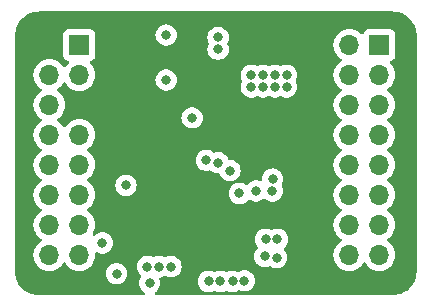
<source format=gbr>
%TF.GenerationSoftware,KiCad,Pcbnew,7.0.7-2.fc38*%
%TF.CreationDate,2023-11-16T23:20:58-08:00*%
%TF.ProjectId,TinySparrow,54696e79-5370-4617-9272-6f772e6b6963,rev?*%
%TF.SameCoordinates,Original*%
%TF.FileFunction,Copper,L5,Inr*%
%TF.FilePolarity,Positive*%
%FSLAX46Y46*%
G04 Gerber Fmt 4.6, Leading zero omitted, Abs format (unit mm)*
G04 Created by KiCad (PCBNEW 7.0.7-2.fc38) date 2023-11-16 23:20:58*
%MOMM*%
%LPD*%
G01*
G04 APERTURE LIST*
%TA.AperFunction,ComponentPad*%
%ADD10R,1.700000X1.700000*%
%TD*%
%TA.AperFunction,ComponentPad*%
%ADD11O,1.700000X1.700000*%
%TD*%
%TA.AperFunction,ViaPad*%
%ADD12C,0.800000*%
%TD*%
G04 APERTURE END LIST*
D10*
%TO.N,/CANL*%
%TO.C,J1*%
X172450000Y-84620000D03*
D11*
%TO.N,GND*%
X169910000Y-84620000D03*
%TO.N,/CANH*%
X172450000Y-87160000D03*
%TO.N,/PA0*%
X169910000Y-87160000D03*
%TO.N,GND*%
X172450000Y-89700000D03*
%TO.N,/~{RESET}*%
X169910000Y-89700000D03*
%TO.N,/SWDIO*%
X172450000Y-92240000D03*
%TO.N,/SWCLK*%
X169910000Y-92240000D03*
%TO.N,/PA15*%
X172450000Y-94780000D03*
%TO.N,/PB3*%
X169910000Y-94780000D03*
%TO.N,/PB4*%
X172450000Y-97320000D03*
%TO.N,/PB5*%
X169910000Y-97320000D03*
%TO.N,/PB6*%
X172450000Y-99860000D03*
%TO.N,/PB7*%
X169910000Y-99860000D03*
%TO.N,/PD0*%
X172450000Y-102400000D03*
%TO.N,/PD1*%
X169910000Y-102400000D03*
%TD*%
D10*
%TO.N,/PA8*%
%TO.C,J2*%
X197850000Y-84620000D03*
D11*
%TO.N,+3V3*%
X195310000Y-84620000D03*
%TO.N,/PA9*%
X197850000Y-87160000D03*
%TO.N,/PA10*%
X195310000Y-87160000D03*
%TO.N,/PB1*%
X197850000Y-89700000D03*
%TO.N,/PB2*%
X195310000Y-89700000D03*
%TO.N,/PA7*%
X197850000Y-92240000D03*
%TO.N,/PB0*%
X195310000Y-92240000D03*
%TO.N,/PA2*%
X197850000Y-94780000D03*
%TO.N,/PA1*%
X195310000Y-94780000D03*
%TO.N,/PA4*%
X197850000Y-97320000D03*
%TO.N,/PA3*%
X195310000Y-97320000D03*
%TO.N,/PA6*%
X197850000Y-99860000D03*
%TO.N,/PA5*%
X195310000Y-99860000D03*
%TO.N,VDC*%
X197850000Y-102400000D03*
X195310000Y-102400000D03*
%TD*%
D12*
%TO.N,GND*%
X175000000Y-91200000D03*
X183800000Y-92600000D03*
X200400000Y-96200000D03*
X172200000Y-105200000D03*
X169200000Y-105200000D03*
X171200000Y-105200000D03*
X200400000Y-97200000D03*
X177000000Y-91200000D03*
X181200000Y-97800000D03*
X181200000Y-98800000D03*
X177000000Y-90200000D03*
X176600000Y-98800000D03*
X200400000Y-95200000D03*
X181200000Y-99800000D03*
X175000000Y-89200000D03*
X182200000Y-98800000D03*
X175000000Y-90200000D03*
X170200000Y-105200000D03*
X176000000Y-90200000D03*
X200400000Y-98200000D03*
X200400000Y-100200000D03*
X180200000Y-98800000D03*
X177000000Y-89200000D03*
X176000000Y-91200000D03*
X200400000Y-102200000D03*
X176000000Y-89200000D03*
X200400000Y-99200000D03*
X200400000Y-101200000D03*
%TO.N,+3V3*%
X190000000Y-88200000D03*
X184200000Y-85000000D03*
X178400000Y-104800000D03*
X187400000Y-97000000D03*
X174400000Y-101400000D03*
X187000000Y-88200000D03*
X188000000Y-87200000D03*
X188000000Y-88200000D03*
X189000000Y-87200000D03*
X184200000Y-84000000D03*
X190000000Y-87200000D03*
X187000000Y-87200000D03*
X189000000Y-88200000D03*
X182000000Y-90800000D03*
%TO.N,/~{RESET}*%
X175600000Y-104000000D03*
%TO.N,/PA0*%
X178200497Y-103400000D03*
%TO.N,/PA1*%
X179200000Y-103400000D03*
%TO.N,/PA2*%
X180200000Y-103400000D03*
%TO.N,/PA3*%
X183388000Y-104648000D03*
%TO.N,/PA4*%
X184387503Y-104648000D03*
%TO.N,/PA5*%
X185420000Y-104648000D03*
%TO.N,/PA6*%
X186418306Y-104599103D03*
%TO.N,/PA7*%
X189152966Y-102632142D03*
%TO.N,/PB0*%
X188157582Y-102541500D03*
%TO.N,/PB1*%
X189213503Y-101092000D03*
%TO.N,/PB2*%
X188214000Y-101092000D03*
%TO.N,/PA8*%
X186000000Y-97200000D03*
%TO.N,/PA9*%
X188800000Y-97000000D03*
%TO.N,/PA10*%
X188812299Y-95987701D03*
%TO.N,/CANRX*%
X179800000Y-83800000D03*
X185200000Y-95263201D03*
%TO.N,/CANTX*%
X179800000Y-87600000D03*
X184200000Y-94600000D03*
%TO.N,/SWDIO*%
X183200000Y-94400000D03*
%TO.N,/PB7*%
X176400000Y-96524500D03*
%TD*%
%TA.AperFunction,Conductor*%
%TO.N,GND*%
G36*
X199002019Y-81800633D02*
G01*
X199037198Y-81802938D01*
X199083708Y-81805986D01*
X199265459Y-81818985D01*
X199273100Y-81820015D01*
X199366738Y-81838641D01*
X199389420Y-81843153D01*
X199415023Y-81848722D01*
X199533666Y-81874531D01*
X199540383Y-81876395D01*
X199659437Y-81916809D01*
X199756671Y-81953076D01*
X199791741Y-81966157D01*
X199797499Y-81968643D01*
X199912952Y-82025578D01*
X200034906Y-82092170D01*
X200039634Y-82095032D01*
X200096571Y-82133076D01*
X200146649Y-82166537D01*
X200149358Y-82168454D01*
X200258652Y-82250271D01*
X200262345Y-82253265D01*
X200359502Y-82338469D01*
X200362448Y-82341228D01*
X200458769Y-82437549D01*
X200461526Y-82440492D01*
X200546729Y-82537648D01*
X200549732Y-82541353D01*
X200601564Y-82610592D01*
X200631543Y-82650639D01*
X200633461Y-82653349D01*
X200704962Y-82760357D01*
X200707828Y-82765091D01*
X200774421Y-82887047D01*
X200831355Y-83002499D01*
X200833841Y-83008257D01*
X200870212Y-83105768D01*
X200883196Y-83140578D01*
X200888289Y-83155581D01*
X200923597Y-83259596D01*
X200925472Y-83266352D01*
X200956846Y-83410579D01*
X200979980Y-83526880D01*
X200981015Y-83534560D01*
X200994017Y-83716350D01*
X200999367Y-83797966D01*
X200999500Y-83802023D01*
X200999500Y-103797975D01*
X200999367Y-103802032D01*
X200994017Y-103883648D01*
X200981015Y-104065438D01*
X200979980Y-104073118D01*
X200956846Y-104189420D01*
X200925472Y-104333646D01*
X200923597Y-104340401D01*
X200883197Y-104459418D01*
X200878893Y-104470956D01*
X200833841Y-104591741D01*
X200831355Y-104597499D01*
X200774421Y-104712952D01*
X200707828Y-104834907D01*
X200704961Y-104839641D01*
X200633461Y-104946649D01*
X200631543Y-104949359D01*
X200549744Y-105058631D01*
X200546723Y-105062357D01*
X200461529Y-105159502D01*
X200458755Y-105162464D01*
X200362464Y-105258755D01*
X200359502Y-105261529D01*
X200262357Y-105346723D01*
X200258631Y-105349744D01*
X200149359Y-105431543D01*
X200146649Y-105433461D01*
X200039641Y-105504961D01*
X200034907Y-105507828D01*
X199912952Y-105574421D01*
X199797499Y-105631355D01*
X199791741Y-105633841D01*
X199670956Y-105678893D01*
X199659418Y-105683197D01*
X199540401Y-105723597D01*
X199533646Y-105725472D01*
X199389420Y-105756846D01*
X199273118Y-105779980D01*
X199265438Y-105781015D01*
X199083648Y-105794017D01*
X199032582Y-105797364D01*
X199002025Y-105799367D01*
X198997976Y-105799500D01*
X178937961Y-105799500D01*
X178870922Y-105779815D01*
X178825167Y-105727011D01*
X178815223Y-105657853D01*
X178844248Y-105594297D01*
X178865076Y-105575182D01*
X178941306Y-105519796D01*
X179005871Y-105472888D01*
X179132533Y-105332216D01*
X179227179Y-105168284D01*
X179285674Y-104988256D01*
X179305460Y-104800000D01*
X179289485Y-104648000D01*
X182482540Y-104648000D01*
X182502326Y-104836256D01*
X182502327Y-104836259D01*
X182560818Y-105016277D01*
X182560821Y-105016284D01*
X182655467Y-105180216D01*
X182726184Y-105258755D01*
X182782129Y-105320888D01*
X182935265Y-105432148D01*
X182935270Y-105432151D01*
X183108192Y-105509142D01*
X183108197Y-105509144D01*
X183293354Y-105548500D01*
X183293355Y-105548500D01*
X183482644Y-105548500D01*
X183482646Y-105548500D01*
X183667803Y-105509144D01*
X183837316Y-105433670D01*
X183906564Y-105424386D01*
X183938187Y-105433671D01*
X184107695Y-105509142D01*
X184107700Y-105509144D01*
X184292857Y-105548500D01*
X184292858Y-105548500D01*
X184482147Y-105548500D01*
X184482149Y-105548500D01*
X184667306Y-105509144D01*
X184840233Y-105432151D01*
X184840243Y-105432143D01*
X184841742Y-105431279D01*
X184842731Y-105431038D01*
X184846170Y-105429508D01*
X184846449Y-105430136D01*
X184909640Y-105414801D01*
X184961149Y-105429922D01*
X184961334Y-105429508D01*
X184964422Y-105430883D01*
X184965747Y-105431272D01*
X184967268Y-105432149D01*
X184967270Y-105432151D01*
X185058766Y-105472888D01*
X185140192Y-105509142D01*
X185140197Y-105509144D01*
X185325354Y-105548500D01*
X185325355Y-105548500D01*
X185514644Y-105548500D01*
X185514646Y-105548500D01*
X185699803Y-105509144D01*
X185872730Y-105432151D01*
X185891818Y-105418282D01*
X185957620Y-105394802D01*
X186015138Y-105405320D01*
X186138503Y-105460247D01*
X186323660Y-105499603D01*
X186323661Y-105499603D01*
X186512950Y-105499603D01*
X186512952Y-105499603D01*
X186698109Y-105460247D01*
X186871036Y-105383254D01*
X187024177Y-105271991D01*
X187150839Y-105131319D01*
X187245485Y-104967387D01*
X187303980Y-104787359D01*
X187323766Y-104599103D01*
X187303980Y-104410847D01*
X187245485Y-104230819D01*
X187150839Y-104066887D01*
X187024177Y-103926215D01*
X187001855Y-103909997D01*
X186871040Y-103814954D01*
X186871035Y-103814951D01*
X186698113Y-103737960D01*
X186698108Y-103737958D01*
X186552306Y-103706968D01*
X186512952Y-103698603D01*
X186323660Y-103698603D01*
X186291203Y-103705501D01*
X186138503Y-103737958D01*
X186138498Y-103737960D01*
X185965574Y-103814952D01*
X185946484Y-103828822D01*
X185880677Y-103852300D01*
X185823166Y-103841781D01*
X185699807Y-103786857D01*
X185699802Y-103786855D01*
X185553031Y-103755659D01*
X185514646Y-103747500D01*
X185325354Y-103747500D01*
X185292897Y-103754398D01*
X185140197Y-103786855D01*
X185140192Y-103786857D01*
X184967266Y-103863850D01*
X184965736Y-103864734D01*
X184964740Y-103864975D01*
X184961334Y-103866492D01*
X184961056Y-103865868D01*
X184897834Y-103881197D01*
X184846352Y-103866079D01*
X184846169Y-103866492D01*
X184843088Y-103865120D01*
X184841759Y-103864730D01*
X184840232Y-103863848D01*
X184667310Y-103786857D01*
X184667305Y-103786855D01*
X184520534Y-103755659D01*
X184482149Y-103747500D01*
X184292857Y-103747500D01*
X184260400Y-103754398D01*
X184107700Y-103786855D01*
X184107695Y-103786857D01*
X183938187Y-103862328D01*
X183868937Y-103871613D01*
X183837315Y-103862328D01*
X183667807Y-103786857D01*
X183667802Y-103786855D01*
X183521031Y-103755659D01*
X183482646Y-103747500D01*
X183293354Y-103747500D01*
X183260897Y-103754398D01*
X183108197Y-103786855D01*
X183108192Y-103786857D01*
X182935270Y-103863848D01*
X182935265Y-103863851D01*
X182782129Y-103975111D01*
X182655466Y-104115785D01*
X182560821Y-104279715D01*
X182560818Y-104279722D01*
X182502432Y-104459418D01*
X182502326Y-104459744D01*
X182482540Y-104648000D01*
X179289485Y-104648000D01*
X179285674Y-104611744D01*
X179234212Y-104453364D01*
X179232218Y-104383525D01*
X179268298Y-104323692D01*
X179326363Y-104293758D01*
X179479803Y-104261144D01*
X179649566Y-104185559D01*
X179718812Y-104176274D01*
X179750433Y-104185559D01*
X179920197Y-104261144D01*
X180105354Y-104300500D01*
X180105355Y-104300500D01*
X180294644Y-104300500D01*
X180294646Y-104300500D01*
X180479803Y-104261144D01*
X180652730Y-104184151D01*
X180805871Y-104072888D01*
X180932533Y-103932216D01*
X181027179Y-103768284D01*
X181085674Y-103588256D01*
X181105460Y-103400000D01*
X181085674Y-103211744D01*
X181027179Y-103031716D01*
X180932533Y-102867784D01*
X180805871Y-102727112D01*
X180805870Y-102727111D01*
X180652734Y-102615851D01*
X180652729Y-102615848D01*
X180485743Y-102541500D01*
X187252122Y-102541500D01*
X187271908Y-102729756D01*
X187271909Y-102729759D01*
X187330400Y-102909777D01*
X187330403Y-102909784D01*
X187425049Y-103073716D01*
X187506662Y-103164356D01*
X187551711Y-103214388D01*
X187704847Y-103325648D01*
X187704852Y-103325651D01*
X187877774Y-103402642D01*
X187877779Y-103402644D01*
X188062936Y-103442000D01*
X188062937Y-103442000D01*
X188252226Y-103442000D01*
X188252228Y-103442000D01*
X188437385Y-103402644D01*
X188523313Y-103364385D01*
X188592558Y-103355100D01*
X188646630Y-103377346D01*
X188677811Y-103400000D01*
X188700236Y-103416293D01*
X188873158Y-103493284D01*
X188873163Y-103493286D01*
X189058320Y-103532642D01*
X189058321Y-103532642D01*
X189247610Y-103532642D01*
X189247612Y-103532642D01*
X189432769Y-103493286D01*
X189605696Y-103416293D01*
X189758837Y-103305030D01*
X189885499Y-103164358D01*
X189980145Y-103000426D01*
X190038640Y-102820398D01*
X190058426Y-102632142D01*
X190038640Y-102443886D01*
X190024380Y-102400000D01*
X193954341Y-102400000D01*
X193974936Y-102635403D01*
X193974938Y-102635413D01*
X194036094Y-102863655D01*
X194036096Y-102863659D01*
X194036097Y-102863663D01*
X194116004Y-103035023D01*
X194135965Y-103077830D01*
X194135967Y-103077834D01*
X194229730Y-103211740D01*
X194271505Y-103271401D01*
X194438599Y-103438495D01*
X194516846Y-103493284D01*
X194632165Y-103574032D01*
X194632167Y-103574033D01*
X194632170Y-103574035D01*
X194846337Y-103673903D01*
X195074592Y-103735063D01*
X195262918Y-103751539D01*
X195309999Y-103755659D01*
X195310000Y-103755659D01*
X195310001Y-103755659D01*
X195349234Y-103752226D01*
X195545408Y-103735063D01*
X195773663Y-103673903D01*
X195987830Y-103574035D01*
X196181401Y-103438495D01*
X196348495Y-103271401D01*
X196462891Y-103108026D01*
X196478425Y-103085842D01*
X196533002Y-103042217D01*
X196602500Y-103035023D01*
X196664855Y-103066546D01*
X196681575Y-103085842D01*
X196811500Y-103271395D01*
X196811505Y-103271401D01*
X196978599Y-103438495D01*
X197056846Y-103493284D01*
X197172165Y-103574032D01*
X197172167Y-103574033D01*
X197172170Y-103574035D01*
X197386337Y-103673903D01*
X197614592Y-103735063D01*
X197802918Y-103751539D01*
X197849999Y-103755659D01*
X197850000Y-103755659D01*
X197850001Y-103755659D01*
X197889234Y-103752226D01*
X198085408Y-103735063D01*
X198313663Y-103673903D01*
X198527830Y-103574035D01*
X198721401Y-103438495D01*
X198888495Y-103271401D01*
X199024035Y-103077830D01*
X199123903Y-102863663D01*
X199185063Y-102635408D01*
X199205659Y-102400000D01*
X199185063Y-102164592D01*
X199123903Y-101936337D01*
X199024035Y-101722171D01*
X199018425Y-101714158D01*
X198888494Y-101528597D01*
X198721402Y-101361506D01*
X198721396Y-101361501D01*
X198535842Y-101231575D01*
X198492217Y-101176998D01*
X198485023Y-101107500D01*
X198516546Y-101045145D01*
X198535842Y-101028425D01*
X198665940Y-100937329D01*
X198721401Y-100898495D01*
X198888495Y-100731401D01*
X199024035Y-100537830D01*
X199123903Y-100323663D01*
X199185063Y-100095408D01*
X199205659Y-99860000D01*
X199185063Y-99624592D01*
X199123903Y-99396337D01*
X199024035Y-99182171D01*
X199018425Y-99174158D01*
X198888494Y-98988597D01*
X198721402Y-98821506D01*
X198721401Y-98821505D01*
X198535842Y-98691575D01*
X198535841Y-98691574D01*
X198492216Y-98636997D01*
X198485024Y-98567498D01*
X198516546Y-98505144D01*
X198535836Y-98488428D01*
X198721401Y-98358495D01*
X198888495Y-98191401D01*
X199024035Y-97997830D01*
X199123903Y-97783663D01*
X199185063Y-97555408D01*
X199205659Y-97320000D01*
X199185063Y-97084592D01*
X199123903Y-96856337D01*
X199024035Y-96642171D01*
X199018425Y-96634158D01*
X198888494Y-96448597D01*
X198721402Y-96281506D01*
X198721396Y-96281501D01*
X198535842Y-96151575D01*
X198492217Y-96096998D01*
X198485023Y-96027500D01*
X198516546Y-95965145D01*
X198535842Y-95948425D01*
X198674106Y-95851611D01*
X198721401Y-95818495D01*
X198888495Y-95651401D01*
X199024035Y-95457830D01*
X199123903Y-95243663D01*
X199185063Y-95015408D01*
X199205659Y-94780000D01*
X199185063Y-94544592D01*
X199123903Y-94316337D01*
X199024035Y-94102171D01*
X199018425Y-94094158D01*
X198888494Y-93908597D01*
X198721402Y-93741506D01*
X198721401Y-93741505D01*
X198541946Y-93615849D01*
X198535841Y-93611574D01*
X198492216Y-93556997D01*
X198485024Y-93487498D01*
X198516546Y-93425144D01*
X198535836Y-93408428D01*
X198721401Y-93278495D01*
X198888495Y-93111401D01*
X199024035Y-92917830D01*
X199123903Y-92703663D01*
X199185063Y-92475408D01*
X199205659Y-92240000D01*
X199185063Y-92004592D01*
X199123903Y-91776337D01*
X199024035Y-91562171D01*
X199018425Y-91554158D01*
X198888494Y-91368597D01*
X198721402Y-91201506D01*
X198721396Y-91201501D01*
X198535842Y-91071575D01*
X198492217Y-91016998D01*
X198485023Y-90947500D01*
X198516546Y-90885145D01*
X198535842Y-90868425D01*
X198633563Y-90800000D01*
X198721401Y-90738495D01*
X198888495Y-90571401D01*
X199024035Y-90377830D01*
X199123903Y-90163663D01*
X199185063Y-89935408D01*
X199205659Y-89700000D01*
X199185063Y-89464592D01*
X199123903Y-89236337D01*
X199024035Y-89022171D01*
X199018425Y-89014158D01*
X198888494Y-88828597D01*
X198721402Y-88661506D01*
X198721401Y-88661505D01*
X198535842Y-88531575D01*
X198535841Y-88531574D01*
X198492216Y-88476997D01*
X198485024Y-88407498D01*
X198516546Y-88345144D01*
X198535836Y-88328428D01*
X198721401Y-88198495D01*
X198888495Y-88031401D01*
X199024035Y-87837830D01*
X199123903Y-87623663D01*
X199185063Y-87395408D01*
X199205659Y-87160000D01*
X199185063Y-86924592D01*
X199123903Y-86696337D01*
X199024035Y-86482171D01*
X199018424Y-86474158D01*
X198888496Y-86288600D01*
X198888493Y-86288597D01*
X198766567Y-86166671D01*
X198733084Y-86105351D01*
X198738068Y-86035659D01*
X198779939Y-85979725D01*
X198810915Y-85962810D01*
X198942331Y-85913796D01*
X199057546Y-85827546D01*
X199143796Y-85712331D01*
X199194091Y-85577483D01*
X199200500Y-85517873D01*
X199200499Y-83722128D01*
X199194091Y-83662517D01*
X199192810Y-83659083D01*
X199143797Y-83527671D01*
X199143793Y-83527664D01*
X199057547Y-83412455D01*
X199057544Y-83412452D01*
X198942335Y-83326206D01*
X198942328Y-83326202D01*
X198807482Y-83275908D01*
X198807483Y-83275908D01*
X198747883Y-83269501D01*
X198747881Y-83269500D01*
X198747873Y-83269500D01*
X198747864Y-83269500D01*
X196952129Y-83269500D01*
X196952123Y-83269501D01*
X196892516Y-83275908D01*
X196757671Y-83326202D01*
X196757664Y-83326206D01*
X196642455Y-83412452D01*
X196642452Y-83412455D01*
X196556206Y-83527664D01*
X196556203Y-83527669D01*
X196507189Y-83659083D01*
X196465317Y-83715016D01*
X196399853Y-83739433D01*
X196331580Y-83724581D01*
X196303326Y-83703430D01*
X196181402Y-83581506D01*
X196181395Y-83581501D01*
X195987834Y-83445967D01*
X195987830Y-83445965D01*
X195957271Y-83431715D01*
X195773663Y-83346097D01*
X195773659Y-83346096D01*
X195773655Y-83346094D01*
X195545413Y-83284938D01*
X195545403Y-83284936D01*
X195310001Y-83264341D01*
X195309999Y-83264341D01*
X195074596Y-83284936D01*
X195074586Y-83284938D01*
X194846344Y-83346094D01*
X194846335Y-83346098D01*
X194632171Y-83445964D01*
X194632169Y-83445965D01*
X194438597Y-83581505D01*
X194271505Y-83748597D01*
X194135965Y-83942169D01*
X194135964Y-83942171D01*
X194036098Y-84156335D01*
X194036094Y-84156344D01*
X193974938Y-84384586D01*
X193974936Y-84384596D01*
X193954341Y-84619999D01*
X193954341Y-84620000D01*
X193974936Y-84855403D01*
X193974938Y-84855413D01*
X194036094Y-85083655D01*
X194036096Y-85083659D01*
X194036097Y-85083663D01*
X194084870Y-85188256D01*
X194135965Y-85297830D01*
X194135967Y-85297834D01*
X194271501Y-85491395D01*
X194271506Y-85491402D01*
X194438597Y-85658493D01*
X194438603Y-85658498D01*
X194624158Y-85788425D01*
X194667783Y-85843002D01*
X194674977Y-85912500D01*
X194643454Y-85974855D01*
X194624158Y-85991575D01*
X194438597Y-86121505D01*
X194271505Y-86288597D01*
X194135965Y-86482169D01*
X194135964Y-86482171D01*
X194036098Y-86696335D01*
X194036094Y-86696344D01*
X193974938Y-86924586D01*
X193974936Y-86924596D01*
X193954341Y-87159999D01*
X193954341Y-87160000D01*
X193974936Y-87395403D01*
X193974938Y-87395413D01*
X194036094Y-87623655D01*
X194036096Y-87623659D01*
X194036097Y-87623663D01*
X194112848Y-87788256D01*
X194135965Y-87837830D01*
X194135967Y-87837834D01*
X194227305Y-87968277D01*
X194271504Y-88031400D01*
X194271506Y-88031402D01*
X194438597Y-88198493D01*
X194438603Y-88198498D01*
X194624158Y-88328425D01*
X194667783Y-88383002D01*
X194674977Y-88452500D01*
X194643454Y-88514855D01*
X194624158Y-88531575D01*
X194438597Y-88661505D01*
X194271505Y-88828597D01*
X194135965Y-89022169D01*
X194135964Y-89022171D01*
X194036098Y-89236335D01*
X194036094Y-89236344D01*
X193974938Y-89464586D01*
X193974936Y-89464596D01*
X193954341Y-89699999D01*
X193954341Y-89700000D01*
X193974936Y-89935403D01*
X193974938Y-89935413D01*
X194036094Y-90163655D01*
X194036096Y-90163659D01*
X194036097Y-90163663D01*
X194040000Y-90172032D01*
X194135965Y-90377830D01*
X194135967Y-90377834D01*
X194244281Y-90532521D01*
X194271501Y-90571396D01*
X194271506Y-90571402D01*
X194438597Y-90738493D01*
X194438603Y-90738498D01*
X194624158Y-90868425D01*
X194667783Y-90923002D01*
X194674977Y-90992500D01*
X194643454Y-91054855D01*
X194624158Y-91071575D01*
X194438597Y-91201505D01*
X194271505Y-91368597D01*
X194135965Y-91562169D01*
X194135964Y-91562171D01*
X194036098Y-91776335D01*
X194036094Y-91776344D01*
X193974938Y-92004586D01*
X193974936Y-92004596D01*
X193954341Y-92239999D01*
X193954341Y-92240000D01*
X193974936Y-92475403D01*
X193974938Y-92475413D01*
X194036094Y-92703655D01*
X194036096Y-92703659D01*
X194036097Y-92703663D01*
X194040000Y-92712032D01*
X194135965Y-92917830D01*
X194135967Y-92917834D01*
X194244281Y-93072521D01*
X194271501Y-93111396D01*
X194271506Y-93111402D01*
X194438597Y-93278493D01*
X194438603Y-93278498D01*
X194624158Y-93408425D01*
X194667783Y-93463002D01*
X194674977Y-93532500D01*
X194643454Y-93594855D01*
X194624158Y-93611575D01*
X194438597Y-93741505D01*
X194271505Y-93908597D01*
X194135965Y-94102169D01*
X194135964Y-94102171D01*
X194036098Y-94316335D01*
X194036094Y-94316344D01*
X193974938Y-94544586D01*
X193974936Y-94544596D01*
X193954341Y-94779999D01*
X193954341Y-94780000D01*
X193974936Y-95015403D01*
X193974938Y-95015413D01*
X194036094Y-95243655D01*
X194036096Y-95243659D01*
X194036097Y-95243663D01*
X194101608Y-95384151D01*
X194135965Y-95457830D01*
X194135967Y-95457834D01*
X194179626Y-95520185D01*
X194271501Y-95651396D01*
X194271506Y-95651402D01*
X194438597Y-95818493D01*
X194438603Y-95818498D01*
X194624158Y-95948425D01*
X194667783Y-96003002D01*
X194674977Y-96072500D01*
X194643454Y-96134855D01*
X194624158Y-96151575D01*
X194438597Y-96281505D01*
X194271505Y-96448597D01*
X194135965Y-96642169D01*
X194135964Y-96642171D01*
X194036098Y-96856335D01*
X194036094Y-96856344D01*
X193974938Y-97084586D01*
X193974936Y-97084596D01*
X193954341Y-97319999D01*
X193954341Y-97320000D01*
X193974936Y-97555403D01*
X193974938Y-97555413D01*
X194036094Y-97783655D01*
X194036096Y-97783659D01*
X194036097Y-97783663D01*
X194090579Y-97900500D01*
X194135965Y-97997830D01*
X194135967Y-97997834D01*
X194180298Y-98061144D01*
X194271504Y-98191400D01*
X194271506Y-98191402D01*
X194438597Y-98358493D01*
X194438603Y-98358498D01*
X194624158Y-98488425D01*
X194667783Y-98543002D01*
X194674977Y-98612500D01*
X194643454Y-98674855D01*
X194624158Y-98691575D01*
X194438597Y-98821505D01*
X194271505Y-98988597D01*
X194135965Y-99182169D01*
X194135964Y-99182171D01*
X194036098Y-99396335D01*
X194036094Y-99396344D01*
X193974938Y-99624586D01*
X193974936Y-99624596D01*
X193954341Y-99859999D01*
X193954341Y-99860000D01*
X193974936Y-100095403D01*
X193974938Y-100095413D01*
X194036094Y-100323655D01*
X194036096Y-100323659D01*
X194036097Y-100323663D01*
X194080606Y-100419112D01*
X194135965Y-100537830D01*
X194135967Y-100537834D01*
X194190596Y-100615851D01*
X194271504Y-100731400D01*
X194271506Y-100731402D01*
X194438597Y-100898493D01*
X194438603Y-100898498D01*
X194624158Y-101028425D01*
X194667783Y-101083002D01*
X194674977Y-101152500D01*
X194643454Y-101214855D01*
X194624158Y-101231575D01*
X194438597Y-101361505D01*
X194271505Y-101528597D01*
X194135965Y-101722169D01*
X194135964Y-101722171D01*
X194036098Y-101936335D01*
X194036094Y-101936344D01*
X193974938Y-102164586D01*
X193974936Y-102164596D01*
X193954341Y-102399999D01*
X193954341Y-102400000D01*
X190024380Y-102400000D01*
X189980145Y-102263858D01*
X189885499Y-102099926D01*
X189769130Y-101970685D01*
X189738900Y-101907694D01*
X189747525Y-101838358D01*
X189788394Y-101787395D01*
X189819374Y-101764888D01*
X189946036Y-101624216D01*
X190040682Y-101460284D01*
X190099177Y-101280256D01*
X190118963Y-101092000D01*
X190099177Y-100903744D01*
X190040682Y-100723716D01*
X189946036Y-100559784D01*
X189819374Y-100419112D01*
X189819373Y-100419111D01*
X189666237Y-100307851D01*
X189666232Y-100307848D01*
X189493310Y-100230857D01*
X189493305Y-100230855D01*
X189347503Y-100199865D01*
X189308149Y-100191500D01*
X189118857Y-100191500D01*
X189086400Y-100198398D01*
X188933700Y-100230855D01*
X188933695Y-100230857D01*
X188764187Y-100306328D01*
X188694937Y-100315613D01*
X188663315Y-100306328D01*
X188493807Y-100230857D01*
X188493802Y-100230855D01*
X188348000Y-100199865D01*
X188308646Y-100191500D01*
X188119354Y-100191500D01*
X188086897Y-100198398D01*
X187934197Y-100230855D01*
X187934192Y-100230857D01*
X187761270Y-100307848D01*
X187761265Y-100307851D01*
X187608129Y-100419111D01*
X187481466Y-100559785D01*
X187386821Y-100723715D01*
X187386818Y-100723722D01*
X187328327Y-100903740D01*
X187328326Y-100903744D01*
X187308540Y-101092000D01*
X187328326Y-101280256D01*
X187328327Y-101280259D01*
X187386818Y-101460277D01*
X187386821Y-101460284D01*
X187481464Y-101624212D01*
X187481465Y-101624214D01*
X187481467Y-101624216D01*
X187551909Y-101702450D01*
X187582138Y-101765439D01*
X187573513Y-101834774D01*
X187551908Y-101868392D01*
X187425048Y-102009285D01*
X187330403Y-102173215D01*
X187330400Y-102173222D01*
X187271909Y-102353240D01*
X187271908Y-102353244D01*
X187252122Y-102541500D01*
X180485743Y-102541500D01*
X180479807Y-102538857D01*
X180479802Y-102538855D01*
X180334000Y-102507865D01*
X180294646Y-102499500D01*
X180105354Y-102499500D01*
X180072897Y-102506398D01*
X179920197Y-102538855D01*
X179920192Y-102538857D01*
X179750436Y-102614439D01*
X179681186Y-102623724D01*
X179649564Y-102614439D01*
X179479807Y-102538857D01*
X179479802Y-102538855D01*
X179334000Y-102507865D01*
X179294646Y-102499500D01*
X179105354Y-102499500D01*
X179072897Y-102506398D01*
X178920197Y-102538855D01*
X178920192Y-102538857D01*
X178750684Y-102614328D01*
X178681434Y-102623613D01*
X178649812Y-102614328D01*
X178480304Y-102538857D01*
X178480299Y-102538855D01*
X178334497Y-102507865D01*
X178295143Y-102499500D01*
X178105851Y-102499500D01*
X178073394Y-102506398D01*
X177920694Y-102538855D01*
X177920689Y-102538857D01*
X177747767Y-102615848D01*
X177747762Y-102615851D01*
X177594626Y-102727111D01*
X177467963Y-102867785D01*
X177373318Y-103031715D01*
X177373315Y-103031722D01*
X177314824Y-103211740D01*
X177314823Y-103211744D01*
X177295037Y-103400000D01*
X177314823Y-103588256D01*
X177314824Y-103588259D01*
X177373315Y-103768277D01*
X177373318Y-103768284D01*
X177467964Y-103932216D01*
X177583910Y-104060987D01*
X177594626Y-104072888D01*
X177594630Y-104072891D01*
X177634884Y-104102137D01*
X177677550Y-104157466D01*
X177683531Y-104227079D01*
X177669388Y-104264455D01*
X177572820Y-104431718D01*
X177572818Y-104431722D01*
X177518433Y-104599103D01*
X177514326Y-104611744D01*
X177494540Y-104800000D01*
X177514326Y-104988256D01*
X177514327Y-104988259D01*
X177572818Y-105168277D01*
X177572821Y-105168284D01*
X177667467Y-105332216D01*
X177757449Y-105432151D01*
X177794129Y-105472888D01*
X177934924Y-105575182D01*
X177977590Y-105630512D01*
X177983569Y-105700125D01*
X177950963Y-105761920D01*
X177890124Y-105796278D01*
X177862039Y-105799500D01*
X169002024Y-105799500D01*
X168997974Y-105799367D01*
X168959954Y-105796875D01*
X168916350Y-105794017D01*
X168734560Y-105781015D01*
X168726880Y-105779980D01*
X168610579Y-105756846D01*
X168466352Y-105725472D01*
X168459596Y-105723597D01*
X168391554Y-105700500D01*
X168340578Y-105683196D01*
X168305768Y-105670212D01*
X168208257Y-105633841D01*
X168202499Y-105631355D01*
X168087047Y-105574421D01*
X167965091Y-105507828D01*
X167960357Y-105504962D01*
X167853349Y-105433461D01*
X167850639Y-105431543D01*
X167786128Y-105383251D01*
X167741353Y-105349732D01*
X167737648Y-105346729D01*
X167640492Y-105261526D01*
X167637549Y-105258769D01*
X167541228Y-105162448D01*
X167538469Y-105159502D01*
X167453265Y-105062345D01*
X167450271Y-105058652D01*
X167368454Y-104949358D01*
X167366537Y-104946649D01*
X167295036Y-104839641D01*
X167292170Y-104834906D01*
X167225578Y-104712952D01*
X167168643Y-104597499D01*
X167166157Y-104591741D01*
X167143954Y-104532214D01*
X167116809Y-104459437D01*
X167076395Y-104340383D01*
X167074531Y-104333666D01*
X167043153Y-104189420D01*
X167035273Y-104149807D01*
X167020015Y-104073100D01*
X167018985Y-104065459D01*
X167014303Y-104000000D01*
X174694540Y-104000000D01*
X174714326Y-104188256D01*
X174714327Y-104188259D01*
X174772818Y-104368277D01*
X174772821Y-104368284D01*
X174867467Y-104532216D01*
X174939071Y-104611740D01*
X174994129Y-104672888D01*
X175147265Y-104784148D01*
X175147270Y-104784151D01*
X175320192Y-104861142D01*
X175320197Y-104861144D01*
X175505354Y-104900500D01*
X175505355Y-104900500D01*
X175694644Y-104900500D01*
X175694646Y-104900500D01*
X175879803Y-104861144D01*
X176052730Y-104784151D01*
X176205871Y-104672888D01*
X176332533Y-104532216D01*
X176427179Y-104368284D01*
X176485674Y-104188256D01*
X176505460Y-104000000D01*
X176485674Y-103811744D01*
X176427179Y-103631716D01*
X176332533Y-103467784D01*
X176205871Y-103327112D01*
X176175478Y-103305030D01*
X176052734Y-103215851D01*
X176052729Y-103215848D01*
X175879807Y-103138857D01*
X175879802Y-103138855D01*
X175734001Y-103107865D01*
X175694646Y-103099500D01*
X175505354Y-103099500D01*
X175472897Y-103106398D01*
X175320197Y-103138855D01*
X175320192Y-103138857D01*
X175147270Y-103215848D01*
X175147265Y-103215851D01*
X174994129Y-103327111D01*
X174867466Y-103467785D01*
X174772821Y-103631715D01*
X174772818Y-103631722D01*
X174714327Y-103811740D01*
X174714326Y-103811744D01*
X174694540Y-104000000D01*
X167014303Y-104000000D01*
X167005986Y-103883708D01*
X167002389Y-103828822D01*
X167000633Y-103802019D01*
X167000500Y-103797964D01*
X167000500Y-102400000D01*
X168554341Y-102400000D01*
X168574936Y-102635403D01*
X168574938Y-102635413D01*
X168636094Y-102863655D01*
X168636096Y-102863659D01*
X168636097Y-102863663D01*
X168716004Y-103035023D01*
X168735965Y-103077830D01*
X168735967Y-103077834D01*
X168829730Y-103211740D01*
X168871505Y-103271401D01*
X169038599Y-103438495D01*
X169116846Y-103493284D01*
X169232165Y-103574032D01*
X169232167Y-103574033D01*
X169232170Y-103574035D01*
X169446337Y-103673903D01*
X169674592Y-103735063D01*
X169862918Y-103751539D01*
X169909999Y-103755659D01*
X169910000Y-103755659D01*
X169910001Y-103755659D01*
X169949234Y-103752226D01*
X170145408Y-103735063D01*
X170373663Y-103673903D01*
X170587830Y-103574035D01*
X170781401Y-103438495D01*
X170948495Y-103271401D01*
X171078426Y-103085840D01*
X171133001Y-103042217D01*
X171202499Y-103035023D01*
X171264854Y-103066546D01*
X171281574Y-103085841D01*
X171318695Y-103138855D01*
X171411505Y-103271401D01*
X171578599Y-103438495D01*
X171656846Y-103493284D01*
X171772165Y-103574032D01*
X171772167Y-103574033D01*
X171772170Y-103574035D01*
X171986337Y-103673903D01*
X172214592Y-103735063D01*
X172402918Y-103751539D01*
X172449999Y-103755659D01*
X172450000Y-103755659D01*
X172450001Y-103755659D01*
X172489234Y-103752226D01*
X172685408Y-103735063D01*
X172913663Y-103673903D01*
X173127830Y-103574035D01*
X173321401Y-103438495D01*
X173488495Y-103271401D01*
X173624035Y-103077830D01*
X173723903Y-102863663D01*
X173785063Y-102635408D01*
X173805659Y-102400000D01*
X173798616Y-102319505D01*
X173812382Y-102251007D01*
X173860997Y-102200824D01*
X173929025Y-102184890D01*
X173972580Y-102195420D01*
X174120192Y-102261142D01*
X174120197Y-102261144D01*
X174305354Y-102300500D01*
X174305355Y-102300500D01*
X174494644Y-102300500D01*
X174494646Y-102300500D01*
X174679803Y-102261144D01*
X174852730Y-102184151D01*
X175005871Y-102072888D01*
X175132533Y-101932216D01*
X175227179Y-101768284D01*
X175285674Y-101588256D01*
X175305460Y-101400000D01*
X175285674Y-101211744D01*
X175231112Y-101043823D01*
X175227181Y-101031722D01*
X175227180Y-101031721D01*
X175227179Y-101031716D01*
X175132533Y-100867784D01*
X175005871Y-100727112D01*
X175001197Y-100723716D01*
X174852734Y-100615851D01*
X174852729Y-100615848D01*
X174679807Y-100538857D01*
X174679802Y-100538855D01*
X174534000Y-100507865D01*
X174494646Y-100499500D01*
X174305354Y-100499500D01*
X174272897Y-100506398D01*
X174120197Y-100538855D01*
X174120192Y-100538857D01*
X173947270Y-100615848D01*
X173947265Y-100615851D01*
X173794129Y-100727111D01*
X173789596Y-100732146D01*
X173730107Y-100768791D01*
X173660250Y-100767458D01*
X173602204Y-100728568D01*
X173574398Y-100664470D01*
X173585660Y-100595514D01*
X173595871Y-100578051D01*
X173624035Y-100537830D01*
X173723903Y-100323663D01*
X173785063Y-100095408D01*
X173805659Y-99860000D01*
X173785063Y-99624592D01*
X173723903Y-99396337D01*
X173624035Y-99182171D01*
X173618425Y-99174158D01*
X173488494Y-98988597D01*
X173321402Y-98821506D01*
X173321401Y-98821505D01*
X173135842Y-98691575D01*
X173135841Y-98691574D01*
X173092216Y-98636997D01*
X173085024Y-98567498D01*
X173116546Y-98505144D01*
X173135836Y-98488428D01*
X173321401Y-98358495D01*
X173488495Y-98191401D01*
X173624035Y-97997830D01*
X173723903Y-97783663D01*
X173785063Y-97555408D01*
X173805659Y-97320000D01*
X173785063Y-97084592D01*
X173723903Y-96856337D01*
X173624035Y-96642171D01*
X173618425Y-96634158D01*
X173541642Y-96524500D01*
X175494540Y-96524500D01*
X175514326Y-96712756D01*
X175514327Y-96712759D01*
X175572818Y-96892777D01*
X175572821Y-96892784D01*
X175667467Y-97056716D01*
X175785909Y-97188259D01*
X175794129Y-97197388D01*
X175947265Y-97308648D01*
X175947270Y-97308651D01*
X176120192Y-97385642D01*
X176120197Y-97385644D01*
X176305354Y-97425000D01*
X176305355Y-97425000D01*
X176494644Y-97425000D01*
X176494646Y-97425000D01*
X176679803Y-97385644D01*
X176852730Y-97308651D01*
X177002276Y-97200000D01*
X185094540Y-97200000D01*
X185114326Y-97388256D01*
X185114327Y-97388259D01*
X185172818Y-97568277D01*
X185172821Y-97568284D01*
X185267467Y-97732216D01*
X185314227Y-97784148D01*
X185394129Y-97872888D01*
X185547265Y-97984148D01*
X185547270Y-97984151D01*
X185720192Y-98061142D01*
X185720197Y-98061144D01*
X185905354Y-98100500D01*
X185905355Y-98100500D01*
X186094644Y-98100500D01*
X186094646Y-98100500D01*
X186279803Y-98061144D01*
X186452730Y-97984151D01*
X186605871Y-97872888D01*
X186714477Y-97752268D01*
X186773964Y-97715620D01*
X186843821Y-97716951D01*
X186879512Y-97734923D01*
X186947265Y-97784148D01*
X186947270Y-97784151D01*
X187120192Y-97861142D01*
X187120197Y-97861144D01*
X187305354Y-97900500D01*
X187305355Y-97900500D01*
X187494644Y-97900500D01*
X187494646Y-97900500D01*
X187679803Y-97861144D01*
X187852730Y-97784151D01*
X188005871Y-97672888D01*
X188005875Y-97672884D01*
X188007849Y-97670692D01*
X188009309Y-97669792D01*
X188010706Y-97668535D01*
X188010935Y-97668790D01*
X188067335Y-97634043D01*
X188137192Y-97635372D01*
X188189110Y-97668738D01*
X188189294Y-97668535D01*
X188190539Y-97669656D01*
X188192151Y-97670692D01*
X188194124Y-97672884D01*
X188194130Y-97672889D01*
X188347265Y-97784148D01*
X188347270Y-97784151D01*
X188520192Y-97861142D01*
X188520197Y-97861144D01*
X188705354Y-97900500D01*
X188705355Y-97900500D01*
X188894644Y-97900500D01*
X188894646Y-97900500D01*
X189079803Y-97861144D01*
X189252730Y-97784151D01*
X189405871Y-97672888D01*
X189532533Y-97532216D01*
X189627179Y-97368284D01*
X189685674Y-97188256D01*
X189705460Y-97000000D01*
X189685674Y-96811744D01*
X189627179Y-96631716D01*
X189589527Y-96566501D01*
X189573054Y-96498601D01*
X189589526Y-96442502D01*
X189639478Y-96355985D01*
X189697973Y-96175957D01*
X189717759Y-95987701D01*
X189697973Y-95799445D01*
X189639478Y-95619417D01*
X189544832Y-95455485D01*
X189418170Y-95314813D01*
X189364922Y-95276126D01*
X189265033Y-95203552D01*
X189265028Y-95203549D01*
X189092106Y-95126558D01*
X189092101Y-95126556D01*
X188946300Y-95095566D01*
X188906945Y-95087201D01*
X188717653Y-95087201D01*
X188685196Y-95094099D01*
X188532496Y-95126556D01*
X188532491Y-95126558D01*
X188359569Y-95203549D01*
X188359564Y-95203552D01*
X188206428Y-95314812D01*
X188079765Y-95455486D01*
X187985120Y-95619416D01*
X187985117Y-95619423D01*
X187926626Y-95799441D01*
X187926625Y-95799445D01*
X187912264Y-95936089D01*
X187906839Y-95987701D01*
X187912202Y-96038725D01*
X187899632Y-96107455D01*
X187851900Y-96158478D01*
X187784160Y-96175596D01*
X187738445Y-96164965D01*
X187679807Y-96138857D01*
X187679802Y-96138855D01*
X187532072Y-96107455D01*
X187494646Y-96099500D01*
X187305354Y-96099500D01*
X187272897Y-96106398D01*
X187120197Y-96138855D01*
X187120192Y-96138857D01*
X186947270Y-96215848D01*
X186947265Y-96215851D01*
X186794132Y-96327109D01*
X186794129Y-96327111D01*
X186794129Y-96327112D01*
X186783556Y-96338855D01*
X186685522Y-96447732D01*
X186626035Y-96484380D01*
X186556178Y-96483049D01*
X186520488Y-96465078D01*
X186452730Y-96415849D01*
X186452729Y-96415848D01*
X186279807Y-96338857D01*
X186279802Y-96338855D01*
X186134001Y-96307865D01*
X186094646Y-96299500D01*
X185905354Y-96299500D01*
X185872897Y-96306398D01*
X185720197Y-96338855D01*
X185720192Y-96338857D01*
X185547270Y-96415848D01*
X185547265Y-96415851D01*
X185394129Y-96527111D01*
X185267466Y-96667785D01*
X185172821Y-96831715D01*
X185172818Y-96831722D01*
X185118142Y-97000000D01*
X185114326Y-97011744D01*
X185094540Y-97200000D01*
X177002276Y-97200000D01*
X177005871Y-97197388D01*
X177132533Y-97056716D01*
X177227179Y-96892784D01*
X177285674Y-96712756D01*
X177305460Y-96524500D01*
X177285674Y-96336244D01*
X177227179Y-96156216D01*
X177132533Y-95992284D01*
X177005871Y-95851612D01*
X177005870Y-95851611D01*
X176852734Y-95740351D01*
X176852729Y-95740348D01*
X176679807Y-95663357D01*
X176679802Y-95663355D01*
X176529832Y-95631479D01*
X176494646Y-95624000D01*
X176305354Y-95624000D01*
X176272897Y-95630898D01*
X176120197Y-95663355D01*
X176120192Y-95663357D01*
X175947270Y-95740348D01*
X175947265Y-95740351D01*
X175794129Y-95851611D01*
X175667466Y-95992285D01*
X175572821Y-96156215D01*
X175572818Y-96156222D01*
X175517294Y-96327109D01*
X175514326Y-96336244D01*
X175494540Y-96524500D01*
X173541642Y-96524500D01*
X173488494Y-96448597D01*
X173321402Y-96281506D01*
X173321396Y-96281501D01*
X173135842Y-96151575D01*
X173092217Y-96096998D01*
X173085023Y-96027500D01*
X173116546Y-95965145D01*
X173135842Y-95948425D01*
X173274106Y-95851611D01*
X173321401Y-95818495D01*
X173488495Y-95651401D01*
X173624035Y-95457830D01*
X173723903Y-95243663D01*
X173785063Y-95015408D01*
X173805659Y-94780000D01*
X173785063Y-94544592D01*
X173746320Y-94400000D01*
X182294540Y-94400000D01*
X182314326Y-94588256D01*
X182314327Y-94588259D01*
X182372818Y-94768277D01*
X182372821Y-94768284D01*
X182467467Y-94932216D01*
X182542369Y-95015403D01*
X182594129Y-95072888D01*
X182747265Y-95184148D01*
X182747270Y-95184151D01*
X182920192Y-95261142D01*
X182920197Y-95261144D01*
X183105354Y-95300500D01*
X183105355Y-95300500D01*
X183294644Y-95300500D01*
X183294646Y-95300500D01*
X183479803Y-95261144D01*
X183479805Y-95261142D01*
X183485987Y-95259135D01*
X183486796Y-95261626D01*
X183544473Y-95253873D01*
X183598585Y-95276126D01*
X183747265Y-95384148D01*
X183747270Y-95384151D01*
X183920192Y-95461142D01*
X183920197Y-95461144D01*
X184105354Y-95500500D01*
X184105355Y-95500500D01*
X184240170Y-95500500D01*
X184307209Y-95520185D01*
X184352964Y-95572989D01*
X184358101Y-95586182D01*
X184372818Y-95631479D01*
X184372821Y-95631485D01*
X184467467Y-95795417D01*
X184594129Y-95936088D01*
X184594129Y-95936089D01*
X184747265Y-96047349D01*
X184747270Y-96047352D01*
X184920192Y-96124343D01*
X184920197Y-96124345D01*
X185105354Y-96163701D01*
X185105355Y-96163701D01*
X185294644Y-96163701D01*
X185294646Y-96163701D01*
X185479803Y-96124345D01*
X185652730Y-96047352D01*
X185805871Y-95936089D01*
X185932533Y-95795417D01*
X186027179Y-95631485D01*
X186085674Y-95451457D01*
X186105460Y-95263201D01*
X186085674Y-95074945D01*
X186027179Y-94894917D01*
X185932533Y-94730985D01*
X185805871Y-94590313D01*
X185742947Y-94544596D01*
X185652734Y-94479052D01*
X185652729Y-94479049D01*
X185479807Y-94402058D01*
X185479802Y-94402056D01*
X185327960Y-94369782D01*
X185294646Y-94362701D01*
X185159830Y-94362701D01*
X185092791Y-94343016D01*
X185047036Y-94290212D01*
X185041899Y-94277019D01*
X185027178Y-94231714D01*
X185027177Y-94231712D01*
X184932534Y-94067785D01*
X184805870Y-93927111D01*
X184652734Y-93815851D01*
X184652729Y-93815848D01*
X184479807Y-93738857D01*
X184479802Y-93738855D01*
X184334000Y-93707865D01*
X184294646Y-93699500D01*
X184105354Y-93699500D01*
X184065999Y-93707865D01*
X183920198Y-93738855D01*
X183914014Y-93740865D01*
X183913208Y-93738385D01*
X183855461Y-93746117D01*
X183801415Y-93723875D01*
X183652730Y-93615849D01*
X183652729Y-93615848D01*
X183479807Y-93538857D01*
X183479802Y-93538855D01*
X183334001Y-93507865D01*
X183294646Y-93499500D01*
X183105354Y-93499500D01*
X183072897Y-93506398D01*
X182920197Y-93538855D01*
X182920192Y-93538857D01*
X182747270Y-93615848D01*
X182747265Y-93615851D01*
X182594129Y-93727111D01*
X182467466Y-93867785D01*
X182372821Y-94031715D01*
X182372818Y-94031722D01*
X182314327Y-94211740D01*
X182314326Y-94211744D01*
X182294540Y-94400000D01*
X173746320Y-94400000D01*
X173723903Y-94316337D01*
X173624035Y-94102171D01*
X173618425Y-94094158D01*
X173488494Y-93908597D01*
X173321402Y-93741506D01*
X173321401Y-93741505D01*
X173141946Y-93615849D01*
X173135841Y-93611574D01*
X173092216Y-93556997D01*
X173085024Y-93487498D01*
X173116546Y-93425144D01*
X173135836Y-93408428D01*
X173321401Y-93278495D01*
X173488495Y-93111401D01*
X173624035Y-92917830D01*
X173723903Y-92703663D01*
X173785063Y-92475408D01*
X173805659Y-92240000D01*
X173785063Y-92004592D01*
X173723903Y-91776337D01*
X173624035Y-91562171D01*
X173618425Y-91554158D01*
X173488494Y-91368597D01*
X173321402Y-91201506D01*
X173321395Y-91201501D01*
X173127834Y-91065967D01*
X173127830Y-91065965D01*
X173127829Y-91065964D01*
X172913663Y-90966097D01*
X172913659Y-90966096D01*
X172913655Y-90966094D01*
X172685413Y-90904938D01*
X172685403Y-90904936D01*
X172450001Y-90884341D01*
X172449999Y-90884341D01*
X172214596Y-90904936D01*
X172214586Y-90904938D01*
X171986344Y-90966094D01*
X171986335Y-90966098D01*
X171772171Y-91065964D01*
X171772169Y-91065965D01*
X171578597Y-91201505D01*
X171411505Y-91368597D01*
X171281575Y-91554158D01*
X171226998Y-91597783D01*
X171157500Y-91604977D01*
X171095145Y-91573454D01*
X171078425Y-91554158D01*
X170948494Y-91368597D01*
X170781402Y-91201506D01*
X170781396Y-91201501D01*
X170595842Y-91071575D01*
X170552217Y-91016998D01*
X170545023Y-90947500D01*
X170576546Y-90885145D01*
X170595842Y-90868425D01*
X170693563Y-90800000D01*
X181094540Y-90800000D01*
X181114326Y-90988256D01*
X181114327Y-90988259D01*
X181172818Y-91168277D01*
X181172821Y-91168284D01*
X181267467Y-91332216D01*
X181394129Y-91472888D01*
X181547265Y-91584148D01*
X181547270Y-91584151D01*
X181720192Y-91661142D01*
X181720197Y-91661144D01*
X181905354Y-91700500D01*
X181905355Y-91700500D01*
X182094644Y-91700500D01*
X182094646Y-91700500D01*
X182279803Y-91661144D01*
X182452730Y-91584151D01*
X182605871Y-91472888D01*
X182732533Y-91332216D01*
X182827179Y-91168284D01*
X182885674Y-90988256D01*
X182905460Y-90800000D01*
X182885674Y-90611744D01*
X182827179Y-90431716D01*
X182732533Y-90267784D01*
X182605871Y-90127112D01*
X182605870Y-90127111D01*
X182452734Y-90015851D01*
X182452729Y-90015848D01*
X182279807Y-89938857D01*
X182279802Y-89938855D01*
X182134001Y-89907865D01*
X182094646Y-89899500D01*
X181905354Y-89899500D01*
X181872897Y-89906398D01*
X181720197Y-89938855D01*
X181720192Y-89938857D01*
X181547270Y-90015848D01*
X181547265Y-90015851D01*
X181394129Y-90127111D01*
X181267466Y-90267785D01*
X181172821Y-90431715D01*
X181172818Y-90431722D01*
X181127434Y-90571401D01*
X181114326Y-90611744D01*
X181094540Y-90800000D01*
X170693563Y-90800000D01*
X170781401Y-90738495D01*
X170948495Y-90571401D01*
X171084035Y-90377830D01*
X171183903Y-90163663D01*
X171245063Y-89935408D01*
X171265659Y-89700000D01*
X171245063Y-89464592D01*
X171183903Y-89236337D01*
X171084035Y-89022171D01*
X171078425Y-89014158D01*
X170948494Y-88828597D01*
X170781402Y-88661506D01*
X170781401Y-88661505D01*
X170595842Y-88531575D01*
X170595841Y-88531574D01*
X170552216Y-88476997D01*
X170545024Y-88407498D01*
X170576546Y-88345144D01*
X170595836Y-88328428D01*
X170781401Y-88198495D01*
X170948495Y-88031401D01*
X171078426Y-87845840D01*
X171133001Y-87802217D01*
X171202499Y-87795023D01*
X171264854Y-87826546D01*
X171281574Y-87845841D01*
X171411505Y-88031401D01*
X171578599Y-88198495D01*
X171675384Y-88266265D01*
X171772165Y-88334032D01*
X171772167Y-88334033D01*
X171772170Y-88334035D01*
X171986337Y-88433903D01*
X172214592Y-88495063D01*
X172402918Y-88511539D01*
X172449999Y-88515659D01*
X172450000Y-88515659D01*
X172450001Y-88515659D01*
X172489234Y-88512226D01*
X172685408Y-88495063D01*
X172913663Y-88433903D01*
X173127830Y-88334035D01*
X173321401Y-88198495D01*
X173488495Y-88031401D01*
X173624035Y-87837830D01*
X173723903Y-87623663D01*
X173730243Y-87600000D01*
X178894540Y-87600000D01*
X178914326Y-87788256D01*
X178914327Y-87788259D01*
X178972818Y-87968277D01*
X178972821Y-87968284D01*
X179067467Y-88132216D01*
X179194129Y-88272888D01*
X179347265Y-88384148D01*
X179347270Y-88384151D01*
X179520192Y-88461142D01*
X179520197Y-88461144D01*
X179705354Y-88500500D01*
X179705355Y-88500500D01*
X179894644Y-88500500D01*
X179894646Y-88500500D01*
X180079803Y-88461144D01*
X180252730Y-88384151D01*
X180405871Y-88272888D01*
X180471500Y-88200000D01*
X186094540Y-88200000D01*
X186114326Y-88388256D01*
X186114327Y-88388259D01*
X186172818Y-88568277D01*
X186172821Y-88568284D01*
X186267467Y-88732216D01*
X186354249Y-88828597D01*
X186394129Y-88872888D01*
X186547265Y-88984148D01*
X186547270Y-88984151D01*
X186720192Y-89061142D01*
X186720197Y-89061144D01*
X186905354Y-89100500D01*
X186905355Y-89100500D01*
X187094644Y-89100500D01*
X187094646Y-89100500D01*
X187279803Y-89061144D01*
X187449566Y-88985559D01*
X187518813Y-88976275D01*
X187550430Y-88985557D01*
X187720197Y-89061144D01*
X187905354Y-89100500D01*
X187905355Y-89100500D01*
X188094644Y-89100500D01*
X188094646Y-89100500D01*
X188279803Y-89061144D01*
X188449566Y-88985559D01*
X188518813Y-88976275D01*
X188550430Y-88985557D01*
X188720197Y-89061144D01*
X188905354Y-89100500D01*
X188905355Y-89100500D01*
X189094644Y-89100500D01*
X189094646Y-89100500D01*
X189279803Y-89061144D01*
X189449566Y-88985559D01*
X189518813Y-88976275D01*
X189550430Y-88985557D01*
X189720197Y-89061144D01*
X189905354Y-89100500D01*
X189905355Y-89100500D01*
X190094644Y-89100500D01*
X190094646Y-89100500D01*
X190279803Y-89061144D01*
X190452730Y-88984151D01*
X190605871Y-88872888D01*
X190732533Y-88732216D01*
X190827179Y-88568284D01*
X190885674Y-88388256D01*
X190905460Y-88200000D01*
X190885674Y-88011744D01*
X190827179Y-87831716D01*
X190786928Y-87761999D01*
X190770455Y-87694098D01*
X190786929Y-87637998D01*
X190827179Y-87568284D01*
X190827181Y-87568277D01*
X190885674Y-87388256D01*
X190905460Y-87200000D01*
X190885674Y-87011744D01*
X190827179Y-86831716D01*
X190732533Y-86667784D01*
X190605871Y-86527112D01*
X190605870Y-86527111D01*
X190452734Y-86415851D01*
X190452729Y-86415848D01*
X190279807Y-86338857D01*
X190279802Y-86338855D01*
X190134001Y-86307865D01*
X190094646Y-86299500D01*
X189905354Y-86299500D01*
X189872897Y-86306398D01*
X189720197Y-86338855D01*
X189720192Y-86338857D01*
X189550436Y-86414439D01*
X189481186Y-86423724D01*
X189449564Y-86414439D01*
X189279807Y-86338857D01*
X189279802Y-86338855D01*
X189134001Y-86307865D01*
X189094646Y-86299500D01*
X188905354Y-86299500D01*
X188872897Y-86306398D01*
X188720197Y-86338855D01*
X188720192Y-86338857D01*
X188550436Y-86414439D01*
X188481186Y-86423724D01*
X188449564Y-86414439D01*
X188279807Y-86338857D01*
X188279802Y-86338855D01*
X188134001Y-86307865D01*
X188094646Y-86299500D01*
X187905354Y-86299500D01*
X187872897Y-86306398D01*
X187720197Y-86338855D01*
X187720192Y-86338857D01*
X187550436Y-86414439D01*
X187481186Y-86423724D01*
X187449564Y-86414439D01*
X187279807Y-86338857D01*
X187279802Y-86338855D01*
X187134000Y-86307865D01*
X187094646Y-86299500D01*
X186905354Y-86299500D01*
X186872897Y-86306398D01*
X186720197Y-86338855D01*
X186720192Y-86338857D01*
X186547270Y-86415848D01*
X186547265Y-86415851D01*
X186394129Y-86527111D01*
X186267466Y-86667785D01*
X186172821Y-86831715D01*
X186172818Y-86831722D01*
X186114327Y-87011740D01*
X186114326Y-87011744D01*
X186094540Y-87200000D01*
X186114326Y-87388256D01*
X186114327Y-87388259D01*
X186172818Y-87568277D01*
X186172820Y-87568281D01*
X186172821Y-87568284D01*
X186204794Y-87623663D01*
X186213072Y-87638001D01*
X186229543Y-87705901D01*
X186213072Y-87761999D01*
X186172820Y-87831718D01*
X186172818Y-87831722D01*
X186128449Y-87968277D01*
X186114326Y-88011744D01*
X186094540Y-88200000D01*
X180471500Y-88200000D01*
X180532533Y-88132216D01*
X180627179Y-87968284D01*
X180685674Y-87788256D01*
X180705460Y-87600000D01*
X180685674Y-87411744D01*
X180627179Y-87231716D01*
X180532533Y-87067784D01*
X180405871Y-86927112D01*
X180402403Y-86924592D01*
X180252734Y-86815851D01*
X180252729Y-86815848D01*
X180079807Y-86738857D01*
X180079802Y-86738855D01*
X179934000Y-86707865D01*
X179894646Y-86699500D01*
X179705354Y-86699500D01*
X179672897Y-86706398D01*
X179520197Y-86738855D01*
X179520192Y-86738857D01*
X179347270Y-86815848D01*
X179347265Y-86815851D01*
X179194129Y-86927111D01*
X179067466Y-87067785D01*
X178972821Y-87231715D01*
X178972818Y-87231722D01*
X178919634Y-87395408D01*
X178914326Y-87411744D01*
X178894540Y-87600000D01*
X173730243Y-87600000D01*
X173785063Y-87395408D01*
X173805659Y-87160000D01*
X173785063Y-86924592D01*
X173723903Y-86696337D01*
X173624035Y-86482171D01*
X173618424Y-86474158D01*
X173488496Y-86288600D01*
X173488493Y-86288597D01*
X173366567Y-86166671D01*
X173333084Y-86105351D01*
X173338068Y-86035659D01*
X173379939Y-85979725D01*
X173410915Y-85962810D01*
X173542331Y-85913796D01*
X173657546Y-85827546D01*
X173743796Y-85712331D01*
X173794091Y-85577483D01*
X173800500Y-85517873D01*
X173800500Y-85000000D01*
X183294540Y-85000000D01*
X183314326Y-85188256D01*
X183314327Y-85188259D01*
X183372818Y-85368277D01*
X183372821Y-85368284D01*
X183467467Y-85532216D01*
X183581172Y-85658498D01*
X183594129Y-85672888D01*
X183747265Y-85784148D01*
X183747270Y-85784151D01*
X183920192Y-85861142D01*
X183920197Y-85861144D01*
X184105354Y-85900500D01*
X184105355Y-85900500D01*
X184294644Y-85900500D01*
X184294646Y-85900500D01*
X184479803Y-85861144D01*
X184652730Y-85784151D01*
X184805871Y-85672888D01*
X184932533Y-85532216D01*
X185027179Y-85368284D01*
X185085674Y-85188256D01*
X185105460Y-85000000D01*
X185085674Y-84811744D01*
X185027179Y-84631716D01*
X184986928Y-84561999D01*
X184970455Y-84494098D01*
X184986929Y-84437998D01*
X185027179Y-84368284D01*
X185038899Y-84332214D01*
X185085674Y-84188256D01*
X185105460Y-84000000D01*
X185085674Y-83811744D01*
X185027179Y-83631716D01*
X184932533Y-83467784D01*
X184805871Y-83327112D01*
X184804624Y-83326206D01*
X184652734Y-83215851D01*
X184652729Y-83215848D01*
X184479807Y-83138857D01*
X184479802Y-83138855D01*
X184324135Y-83105768D01*
X184294646Y-83099500D01*
X184105354Y-83099500D01*
X184075865Y-83105768D01*
X183920197Y-83138855D01*
X183920192Y-83138857D01*
X183747270Y-83215848D01*
X183747265Y-83215851D01*
X183594129Y-83327111D01*
X183467466Y-83467785D01*
X183372821Y-83631715D01*
X183372818Y-83631722D01*
X183317480Y-83802036D01*
X183314326Y-83811744D01*
X183294540Y-84000000D01*
X183314326Y-84188256D01*
X183314327Y-84188259D01*
X183372818Y-84368277D01*
X183372820Y-84368281D01*
X183372821Y-84368284D01*
X183382239Y-84384596D01*
X183413072Y-84438001D01*
X183429543Y-84505901D01*
X183413072Y-84561999D01*
X183372820Y-84631718D01*
X183372818Y-84631722D01*
X183314327Y-84811740D01*
X183314326Y-84811744D01*
X183294540Y-85000000D01*
X173800500Y-85000000D01*
X173800499Y-83800000D01*
X178894540Y-83800000D01*
X178914326Y-83988256D01*
X178914327Y-83988259D01*
X178972818Y-84168277D01*
X178972821Y-84168284D01*
X179067467Y-84332216D01*
X179162714Y-84437998D01*
X179194129Y-84472888D01*
X179347265Y-84584148D01*
X179347270Y-84584151D01*
X179520192Y-84661142D01*
X179520197Y-84661144D01*
X179705354Y-84700500D01*
X179705355Y-84700500D01*
X179894644Y-84700500D01*
X179894646Y-84700500D01*
X180079803Y-84661144D01*
X180252730Y-84584151D01*
X180405871Y-84472888D01*
X180532533Y-84332216D01*
X180627179Y-84168284D01*
X180685674Y-83988256D01*
X180705460Y-83800000D01*
X180685674Y-83611744D01*
X180627179Y-83431716D01*
X180532533Y-83267784D01*
X180405871Y-83127112D01*
X180405870Y-83127111D01*
X180252734Y-83015851D01*
X180252729Y-83015848D01*
X180079807Y-82938857D01*
X180079802Y-82938855D01*
X179934000Y-82907865D01*
X179894646Y-82899500D01*
X179705354Y-82899500D01*
X179672897Y-82906398D01*
X179520197Y-82938855D01*
X179520192Y-82938857D01*
X179347270Y-83015848D01*
X179347265Y-83015851D01*
X179194129Y-83127111D01*
X179067466Y-83267785D01*
X178972821Y-83431715D01*
X178972818Y-83431722D01*
X178924151Y-83581505D01*
X178914326Y-83611744D01*
X178894540Y-83800000D01*
X173800499Y-83800000D01*
X173800499Y-83722128D01*
X173794091Y-83662517D01*
X173792810Y-83659083D01*
X173743797Y-83527671D01*
X173743793Y-83527664D01*
X173657547Y-83412455D01*
X173657544Y-83412452D01*
X173542335Y-83326206D01*
X173542328Y-83326202D01*
X173407482Y-83275908D01*
X173407483Y-83275908D01*
X173347883Y-83269501D01*
X173347881Y-83269500D01*
X173347873Y-83269500D01*
X173347864Y-83269500D01*
X171552129Y-83269500D01*
X171552123Y-83269501D01*
X171492516Y-83275908D01*
X171357671Y-83326202D01*
X171357664Y-83326206D01*
X171242455Y-83412452D01*
X171242452Y-83412455D01*
X171156206Y-83527664D01*
X171156202Y-83527671D01*
X171105908Y-83662517D01*
X171100121Y-83716350D01*
X171099501Y-83722123D01*
X171099500Y-83722135D01*
X171099500Y-85517870D01*
X171099501Y-85517876D01*
X171105908Y-85577483D01*
X171156202Y-85712328D01*
X171156206Y-85712335D01*
X171242452Y-85827544D01*
X171242455Y-85827547D01*
X171357664Y-85913793D01*
X171357671Y-85913797D01*
X171489081Y-85962810D01*
X171545015Y-86004681D01*
X171569432Y-86070145D01*
X171554580Y-86138418D01*
X171533430Y-86166673D01*
X171411503Y-86288600D01*
X171281575Y-86474158D01*
X171226998Y-86517783D01*
X171157500Y-86524977D01*
X171095145Y-86493454D01*
X171078425Y-86474158D01*
X170948494Y-86288597D01*
X170781402Y-86121506D01*
X170781395Y-86121501D01*
X170587834Y-85985967D01*
X170587830Y-85985965D01*
X170574448Y-85979725D01*
X170373663Y-85886097D01*
X170373659Y-85886096D01*
X170373655Y-85886094D01*
X170145413Y-85824938D01*
X170145403Y-85824936D01*
X169910001Y-85804341D01*
X169909999Y-85804341D01*
X169674596Y-85824936D01*
X169674586Y-85824938D01*
X169446344Y-85886094D01*
X169446335Y-85886098D01*
X169232171Y-85985964D01*
X169232169Y-85985965D01*
X169038597Y-86121505D01*
X168871505Y-86288597D01*
X168735965Y-86482169D01*
X168735964Y-86482171D01*
X168636098Y-86696335D01*
X168636094Y-86696344D01*
X168574938Y-86924586D01*
X168574936Y-86924596D01*
X168554341Y-87159999D01*
X168554341Y-87160000D01*
X168574936Y-87395403D01*
X168574938Y-87395413D01*
X168636094Y-87623655D01*
X168636096Y-87623659D01*
X168636097Y-87623663D01*
X168712848Y-87788256D01*
X168735965Y-87837830D01*
X168735967Y-87837834D01*
X168827305Y-87968277D01*
X168871504Y-88031400D01*
X168871506Y-88031402D01*
X169038597Y-88198493D01*
X169038603Y-88198498D01*
X169224158Y-88328425D01*
X169267783Y-88383002D01*
X169274977Y-88452500D01*
X169243454Y-88514855D01*
X169224158Y-88531575D01*
X169038597Y-88661505D01*
X168871505Y-88828597D01*
X168735965Y-89022169D01*
X168735964Y-89022171D01*
X168636098Y-89236335D01*
X168636094Y-89236344D01*
X168574938Y-89464586D01*
X168574936Y-89464596D01*
X168554341Y-89699999D01*
X168554341Y-89700000D01*
X168574936Y-89935403D01*
X168574938Y-89935413D01*
X168636094Y-90163655D01*
X168636096Y-90163659D01*
X168636097Y-90163663D01*
X168640000Y-90172032D01*
X168735965Y-90377830D01*
X168735967Y-90377834D01*
X168844281Y-90532521D01*
X168871501Y-90571396D01*
X168871506Y-90571402D01*
X169038597Y-90738493D01*
X169038603Y-90738498D01*
X169224158Y-90868425D01*
X169267783Y-90923002D01*
X169274977Y-90992500D01*
X169243454Y-91054855D01*
X169224158Y-91071575D01*
X169038597Y-91201505D01*
X168871505Y-91368597D01*
X168735965Y-91562169D01*
X168735964Y-91562171D01*
X168636098Y-91776335D01*
X168636094Y-91776344D01*
X168574938Y-92004586D01*
X168574936Y-92004596D01*
X168554341Y-92239999D01*
X168554341Y-92240000D01*
X168574936Y-92475403D01*
X168574938Y-92475413D01*
X168636094Y-92703655D01*
X168636096Y-92703659D01*
X168636097Y-92703663D01*
X168640000Y-92712032D01*
X168735965Y-92917830D01*
X168735967Y-92917834D01*
X168844281Y-93072521D01*
X168871501Y-93111396D01*
X168871506Y-93111402D01*
X169038597Y-93278493D01*
X169038603Y-93278498D01*
X169224158Y-93408425D01*
X169267783Y-93463002D01*
X169274977Y-93532500D01*
X169243454Y-93594855D01*
X169224158Y-93611575D01*
X169038597Y-93741505D01*
X168871505Y-93908597D01*
X168735965Y-94102169D01*
X168735964Y-94102171D01*
X168636098Y-94316335D01*
X168636094Y-94316344D01*
X168574938Y-94544586D01*
X168574936Y-94544596D01*
X168554341Y-94779999D01*
X168554341Y-94780000D01*
X168574936Y-95015403D01*
X168574938Y-95015413D01*
X168636094Y-95243655D01*
X168636096Y-95243659D01*
X168636097Y-95243663D01*
X168701608Y-95384151D01*
X168735965Y-95457830D01*
X168735967Y-95457834D01*
X168779626Y-95520185D01*
X168871501Y-95651396D01*
X168871506Y-95651402D01*
X169038597Y-95818493D01*
X169038603Y-95818498D01*
X169224158Y-95948425D01*
X169267783Y-96003002D01*
X169274977Y-96072500D01*
X169243454Y-96134855D01*
X169224158Y-96151575D01*
X169038597Y-96281505D01*
X168871505Y-96448597D01*
X168735965Y-96642169D01*
X168735964Y-96642171D01*
X168636098Y-96856335D01*
X168636094Y-96856344D01*
X168574938Y-97084586D01*
X168574936Y-97084596D01*
X168554341Y-97319999D01*
X168554341Y-97320000D01*
X168574936Y-97555403D01*
X168574938Y-97555413D01*
X168636094Y-97783655D01*
X168636096Y-97783659D01*
X168636097Y-97783663D01*
X168690579Y-97900500D01*
X168735965Y-97997830D01*
X168735967Y-97997834D01*
X168780298Y-98061144D01*
X168871504Y-98191400D01*
X168871506Y-98191402D01*
X169038597Y-98358493D01*
X169038603Y-98358498D01*
X169224158Y-98488425D01*
X169267783Y-98543002D01*
X169274977Y-98612500D01*
X169243454Y-98674855D01*
X169224158Y-98691575D01*
X169038597Y-98821505D01*
X168871505Y-98988597D01*
X168735965Y-99182169D01*
X168735964Y-99182171D01*
X168636098Y-99396335D01*
X168636094Y-99396344D01*
X168574938Y-99624586D01*
X168574936Y-99624596D01*
X168554341Y-99859999D01*
X168554341Y-99860000D01*
X168574936Y-100095403D01*
X168574938Y-100095413D01*
X168636094Y-100323655D01*
X168636096Y-100323659D01*
X168636097Y-100323663D01*
X168680606Y-100419112D01*
X168735965Y-100537830D01*
X168735967Y-100537834D01*
X168790596Y-100615851D01*
X168871504Y-100731400D01*
X168871506Y-100731402D01*
X169038597Y-100898493D01*
X169038603Y-100898498D01*
X169224158Y-101028425D01*
X169267783Y-101083002D01*
X169274977Y-101152500D01*
X169243454Y-101214855D01*
X169224158Y-101231575D01*
X169038597Y-101361505D01*
X168871505Y-101528597D01*
X168735965Y-101722169D01*
X168735964Y-101722171D01*
X168636098Y-101936335D01*
X168636094Y-101936344D01*
X168574938Y-102164586D01*
X168574936Y-102164596D01*
X168554341Y-102399999D01*
X168554341Y-102400000D01*
X167000500Y-102400000D01*
X167000500Y-83802036D01*
X167000633Y-83797981D01*
X167005982Y-83716360D01*
X167006907Y-83703430D01*
X167018986Y-83534536D01*
X167020014Y-83526903D01*
X167043153Y-83410579D01*
X167044118Y-83406141D01*
X167074533Y-83266323D01*
X167076392Y-83259625D01*
X167116815Y-83140543D01*
X167166159Y-83008251D01*
X167168633Y-83002520D01*
X167225583Y-82887036D01*
X167292179Y-82765076D01*
X167295019Y-82760384D01*
X167366563Y-82653311D01*
X167368428Y-82650676D01*
X167450291Y-82541321D01*
X167453244Y-82537678D01*
X167538503Y-82440459D01*
X167541198Y-82437581D01*
X167637581Y-82341198D01*
X167640459Y-82338503D01*
X167737678Y-82253244D01*
X167741321Y-82250291D01*
X167850676Y-82168428D01*
X167853311Y-82166563D01*
X167960384Y-82095019D01*
X167965076Y-82092179D01*
X168087036Y-82025583D01*
X168202520Y-81968633D01*
X168208251Y-81966159D01*
X168340543Y-81916815D01*
X168459625Y-81876392D01*
X168466323Y-81874533D01*
X168610548Y-81843158D01*
X168726903Y-81820014D01*
X168734536Y-81818986D01*
X168916244Y-81805989D01*
X168969211Y-81802517D01*
X168997981Y-81800633D01*
X169002036Y-81800500D01*
X198997964Y-81800500D01*
X199002019Y-81800633D01*
G37*
%TD.AperFunction*%
%TD*%
M02*

</source>
